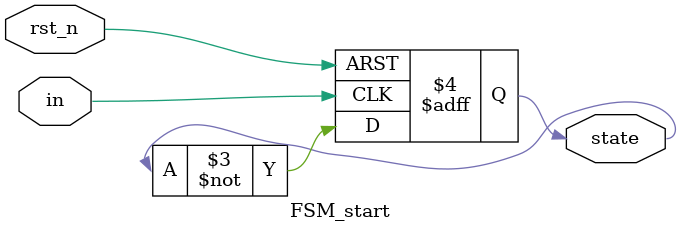
<source format=v>
module FSM_start(in, rst_n, state);
    input in;
    input rst_n;
    output reg state;
  
    always@(posedge in or negedge rst_n) 
        if (~rst_n) state <= 1'b0;
        else state <= ~state;
    
endmodule
</source>
